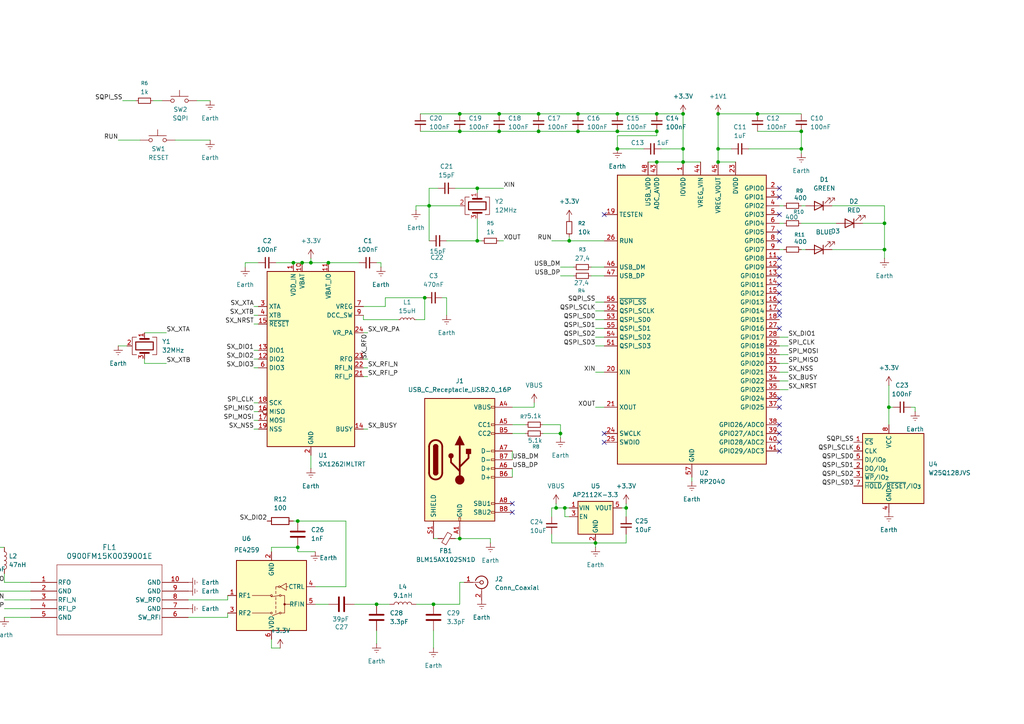
<source format=kicad_sch>
(kicad_sch (version 20250114) (generator "eeschema") (generator_version "9.0")
  (paper "A4")
  (title_block (date "2026-02-10") (company "JADAMENS"))
  (junction (at 190.5 38.1))
  (junction (at 86.36 151.13))
  (junction (at -11.43 166.37))
  (junction (at 256.54 72.39))
  (junction (at 219.71 33.02))
  (junction (at 179.07 33.02))
  (junction (at 190.5 46.99))
  (junction (at 156.21 33.02))
  (junction (at 208.28 43.18))
  (junction (at 165.1 69.85))
  (junction (at 198.12 33.02))
  (junction (at 181.61 147.32))
  (junction (at 133.35 33.02))
  (junction (at 167.64 33.02))
  (junction (at 167.64 38.1))
  (junction (at 90.17 76.2))
  (junction (at 163.83 147.32))
  (junction (at 232.41 43.18))
  (junction (at 162.56 125.73))
  (junction (at 124.46 59.69))
  (junction (at 144.78 38.1))
  (junction (at 109.22 175.26))
  (junction (at 125.73 175.26))
  (junction (at 85.09 76.2))
  (junction (at -3.81 158.75))
  (junction (at 198.12 43.18))
  (junction (at 208.28 46.99))
  (junction (at 95.25 76.2))
  (junction (at 138.43 54.61))
  (junction (at 144.78 33.02))
  (junction (at 179.07 38.1))
  (junction (at 138.43 69.85))
  (junction (at 123.19 86.36))
  (junction (at 87.63 76.2))
  (junction (at 232.41 38.1))
  (junction (at 256.54 64.77))
  (junction (at 198.12 46.99))
  (junction (at 208.28 33.02))
  (junction (at 190.5 33.02))
  (junction (at 86.36 158.75))
  (junction (at 179.07 43.18))
  (junction (at 172.72 157.48))
  (junction (at 156.21 38.1))
  (junction (at 133.35 38.1))
  (junction (at 161.29 147.32))
  (junction (at 133.35 156.21))
  (junction (at 257.81 118.11))
  (no_connect (at 226.06 125.73))
  (no_connect (at 226.06 130.81))
  (no_connect (at 175.26 125.73))
  (no_connect (at 226.06 80.01))
  (no_connect (at 226.06 85.09))
  (no_connect (at 226.06 128.27))
  (no_connect (at 226.06 74.93))
  (no_connect (at 226.06 77.47))
  (no_connect (at 226.06 62.23))
  (no_connect (at 226.06 118.11))
  (no_connect (at 175.26 62.23))
  (no_connect (at 226.06 54.61))
  (no_connect (at 226.06 115.57))
  (no_connect (at 226.06 57.15))
  (no_connect (at 226.06 90.17))
  (no_connect (at 175.26 128.27))
  (no_connect (at 226.06 82.55))
  (no_connect (at 148.59 148.59))
  (no_connect (at 226.06 91.44))
  (no_connect (at 226.06 87.63))
  (no_connect (at 226.06 69.85))
  (no_connect (at 148.59 146.05))
  (no_connect (at 226.06 67.31))
  (no_connect (at 226.06 95.25))
  (no_connect (at 226.06 123.19))
  (wire (pts (xy 187.96 46.99) (xy 190.5 46.99)))
  (wire (pts (xy 125.73 156.21) (xy 127 156.21)))
  (wire (pts (xy 120.65 59.69) (xy 124.46 59.69)))
  (wire (pts (xy 144.78 69.85) (xy 146.05 69.85)))
  (wire (pts (xy 171.45 77.47) (xy 175.26 77.47)))
  (wire (pts (xy 257.81 123.19) (xy 257.81 118.11)))
  (wire (pts (xy 226.06 72.39) (xy 227.33 72.39)))
  (wire (pts (xy 129.54 69.85) (xy 138.43 69.85)))
  (wire (pts (xy 73.66 88.9) (xy 74.93 88.9)))
  (wire (pts (xy 110.49 76.2) (xy 110.49 77.47)))
  (wire (pts (xy 232.41 59.69) (xy 233.68 59.69)))
  (wire (pts (xy 132.08 54.61) (xy 138.43 54.61)))
  (wire (pts (xy 109.22 186.69) (xy 109.22 182.88)))
  (wire (pts (xy 80.01 76.2) (xy 85.09 76.2)))
  (wire (pts (xy 109.22 175.26) (xy 113.03 175.26)))
  (wire (pts (xy 156.21 33.02) (xy 167.64 33.02)))
  (wire (pts (xy 165.1 147.32) (xy 163.83 147.32)))
  (wire (pts (xy 121.92 33.02) (xy 133.35 33.02)))
  (wire (pts (xy 190.5 33.02) (xy 198.12 33.02)))
  (wire (pts (xy 125.73 187.96) (xy 125.73 182.88)))
  (wire (pts (xy 105.41 91.44) (xy 105.41 92.71)))
  (wire (pts (xy 232.41 38.1) (xy 232.41 43.18)))
  (wire (pts (xy 1.27 176.53) (xy 8.89 176.53)))
  (wire (pts (xy 78.74 187.96) (xy 81.28 187.96)))
  (wire (pts (xy 163.83 147.32) (xy 163.83 149.86)))
  (wire (pts (xy 71.12 76.2) (xy 71.12 77.47)))
  (wire (pts (xy 179.07 39.37) (xy 179.07 43.18)))
  (wire (pts (xy 73.66 116.84) (xy 74.93 116.84)))
  (wire (pts (xy 73.66 93.98) (xy 74.93 93.98)))
  (wire (pts (xy 41.91 105.41) (xy 41.91 104.14)))
  (wire (pts (xy 162.56 123.19) (xy 162.56 125.73)))
  (wire (pts (xy 105.41 88.9) (xy 111.76 88.9)))
  (wire (pts (xy 148.59 125.73) (xy 152.4 125.73)))
  (wire (pts (xy 133.35 168.91) (xy 133.35 175.26)))
  (wire (pts (xy 127 54.61) (xy 124.46 54.61)))
  (wire (pts (xy 44.45 29.21) (xy 46.99 29.21)))
  (wire (pts (xy 111.76 88.9) (xy 111.76 86.36)))
  (wire (pts (xy 160.02 149.86) (xy 160.02 147.32)))
  (wire (pts (xy 198.12 46.99) (xy 203.2 46.99)))
  (wire (pts (xy 144.78 33.02) (xy 156.21 33.02)))
  (wire (pts (xy 148.59 123.19) (xy 152.4 123.19)))
  (wire (pts (xy 66.04 173.99) (xy 66.04 172.72)))
  (wire (pts (xy 179.07 33.02) (xy 190.5 33.02)))
  (wire (pts (xy 160.02 69.85) (xy 165.1 69.85)))
  (wire (pts (xy 179.07 38.1) (xy 190.5 38.1)))
  (wire (pts (xy 34.29 100.33) (xy 36.83 100.33)))
  (wire (pts (xy 129.54 91.44) (xy 129.54 86.36)))
  (wire (pts (xy 109.22 76.2) (xy 110.49 76.2)))
  (wire (pts (xy 86.36 151.13) (xy 85.09 151.13)))
  (wire (pts (xy 123.19 86.36) (xy 123.19 92.71)))
  (wire (pts (xy 179.07 43.18) (xy 186.69 43.18)))
  (wire (pts (xy 121.92 38.1) (xy 133.35 38.1)))
  (wire (pts (xy -10.16 171.45) (xy 8.89 171.45)))
  (wire (pts (xy 171.45 80.01) (xy 175.26 80.01)))
  (wire (pts (xy 154.94 116.84) (xy 154.94 118.11)))
  (wire (pts (xy 256.54 74.93) (xy 256.54 72.39)))
  (wire (pts (xy 226.06 64.77) (xy 227.33 64.77)))
  (wire (pts (xy 1.27 179.07) (xy 8.89 179.07)))
  (wire (pts (xy 232.41 72.39) (xy 233.68 72.39)))
  (wire (pts (xy 120.65 175.26) (xy 125.73 175.26)))
  (wire (pts (xy 241.3 59.69) (xy 256.54 59.69)))
  (wire (pts (xy 138.43 63.5) (xy 138.43 69.85)))
  (wire (pts (xy 78.74 158.75) (xy 86.36 158.75)))
  (wire (pts (xy 257.81 111.76) (xy 257.81 118.11)))
  (wire (pts (xy 133.35 168.91) (xy 134.62 168.91)))
  (wire (pts (xy -3.81 158.75) (xy -11.43 158.75)))
  (wire (pts (xy 124.46 54.61) (xy 124.46 59.69)))
  (wire (pts (xy 78.74 160.02) (xy 78.74 158.75)))
  (wire (pts (xy 34.29 40.64) (xy 40.64 40.64)))
  (wire (pts (xy 54.61 179.07) (xy 66.04 179.07)))
  (wire (pts (xy 232.41 64.77) (xy 242.57 64.77)))
  (wire (pts (xy 256.54 64.77) (xy 256.54 72.39)))
  (wire (pts (xy 161.29 146.05) (xy 161.29 147.32)))
  (wire (pts (xy 105.41 106.68) (xy 106.68 106.68)))
  (wire (pts (xy 250.19 64.77) (xy 256.54 64.77)))
  (wire (pts (xy 190.5 39.37) (xy 179.07 39.37)))
  (wire (pts (xy 172.72 157.48) (xy 172.72 158.75)))
  (wire (pts (xy 162.56 80.01) (xy 166.37 80.01)))
  (wire (pts (xy 120.65 92.71) (xy 123.19 92.71)))
  (wire (pts (xy 90.17 76.2) (xy 95.25 76.2)))
  (wire (pts (xy 120.65 60.96) (xy 120.65 59.69)))
  (wire (pts (xy 226.06 102.87) (xy 228.6 102.87)))
  (wire (pts (xy 74.93 76.2) (xy 71.12 76.2)))
  (wire (pts (xy 78.74 185.42) (xy 78.74 187.96)))
  (wire (pts (xy 50.8 40.64) (xy 60.96 40.64)))
  (wire (pts (xy 265.43 118.11) (xy 265.43 119.38)))
  (wire (pts (xy 73.66 119.38) (xy 74.93 119.38)))
  (wire (pts (xy 133.35 33.02) (xy 144.78 33.02)))
  (wire (pts (xy 226.06 100.33) (xy 228.6 100.33)))
  (wire (pts (xy 226.06 97.79) (xy 228.6 97.79)))
  (wire (pts (xy 198.12 33.02) (xy 198.12 43.18)))
  (wire (pts (xy 156.21 38.1) (xy 167.64 38.1)))
  (wire (pts (xy 226.06 113.03) (xy 228.6 113.03)))
  (wire (pts (xy 105.41 92.71) (xy 115.57 92.71)))
  (wire (pts (xy 217.17 43.18) (xy 232.41 43.18)))
  (wire (pts (xy 105.41 104.14) (xy 106.68 104.14)))
  (wire (pts (xy 226.06 59.69) (xy 227.33 59.69)))
  (wire (pts (xy 73.66 101.6) (xy 74.93 101.6)))
  (wire (pts (xy 73.66 104.14) (xy 74.93 104.14)))
  (wire (pts (xy 87.63 76.2) (xy 90.17 76.2)))
  (wire (pts (xy 181.61 146.05) (xy 181.61 147.32)))
  (wire (pts (xy 198.12 43.18) (xy 198.12 46.99)))
  (wire (pts (xy 160.02 154.94) (xy 160.02 157.48)))
  (wire (pts (xy 105.41 96.52) (xy 106.68 96.52)))
  (wire (pts (xy 256.54 72.39) (xy 241.3 72.39)))
  (wire (pts (xy 167.64 33.02) (xy 179.07 33.02)))
  (wire (pts (xy 162.56 77.47) (xy 166.37 77.47)))
  (wire (pts (xy 181.61 154.94) (xy 181.61 157.48)))
  (wire (pts (xy 160.02 147.32) (xy 161.29 147.32)))
  (wire (pts (xy 167.64 38.1) (xy 179.07 38.1)))
  (wire (pts (xy 172.72 157.48) (xy 181.61 157.48)))
  (wire (pts (xy 160.02 157.48) (xy 172.72 157.48)))
  (wire (pts (xy 190.5 46.99) (xy 198.12 46.99)))
  (wire (pts (xy 73.66 121.92) (xy 74.93 121.92)))
  (wire (pts (xy 111.76 86.36) (xy 123.19 86.36)))
  (wire (pts (xy 73.66 91.44) (xy 74.93 91.44)))
  (wire (pts (xy 95.25 76.2) (xy 104.14 76.2)))
  (wire (pts (xy 138.43 54.61) (xy 146.05 54.61)))
  (wire (pts (xy 1.27 158.75) (xy -3.81 158.75)))
  (wire (pts (xy 172.72 100.33) (xy 175.26 100.33)))
  (wire (pts (xy 100.33 151.13) (xy 86.36 151.13)))
  (wire (pts (xy 35.56 29.21) (xy 39.37 29.21)))
  (wire (pts (xy 1.27 173.99) (xy 8.89 173.99)))
  (wire (pts (xy 148.59 118.11) (xy 154.94 118.11)))
  (wire (pts (xy 124.46 59.69) (xy 133.35 59.69)))
  (wire (pts (xy 181.61 149.86) (xy 181.61 147.32)))
  (wire (pts (xy 138.43 69.85) (xy 139.7 69.85)))
  (wire (pts (xy 142.24 156.21) (xy 133.35 156.21)))
  (wire (pts (xy 165.1 69.85) (xy 175.26 69.85)))
  (wire (pts (xy 105.41 124.46) (xy 106.68 124.46)))
  (wire (pts (xy 90.17 132.08) (xy 90.17 135.89)))
  (wire (pts (xy 232.41 43.18) (xy 232.41 44.45)))
  (wire (pts (xy 41.91 96.52) (xy 48.26 96.52)))
  (wire (pts (xy 208.28 43.18) (xy 212.09 43.18)))
  (wire (pts (xy 85.09 76.2) (xy 87.63 76.2)))
  (wire (pts (xy 219.71 33.02) (xy 232.41 33.02)))
  (wire (pts (xy 172.72 118.11) (xy 175.26 118.11)))
  (wire (pts (xy 124.46 59.69) (xy 124.46 69.85)))
  (wire (pts (xy -11.43 166.37) (xy -3.81 166.37)))
  (wire (pts (xy 132.08 156.21) (xy 133.35 156.21)))
  (wire (pts (xy 148.59 135.89) (xy 148.59 138.43)))
  (wire (pts (xy 226.06 107.95) (xy 228.6 107.95)))
  (wire (pts (xy 91.44 170.18) (xy 100.33 170.18)))
  (wire (pts (xy 256.54 59.69) (xy 256.54 64.77)))
  (wire (pts (xy 54.61 173.99) (xy 66.04 173.99)))
  (wire (pts (xy 226.06 110.49) (xy 228.6 110.49)))
  (wire (pts (xy 208.28 33.02) (xy 219.71 33.02)))
  (wire (pts (xy 90.17 74.93) (xy 90.17 76.2)))
  (wire (pts (xy 157.48 123.19) (xy 162.56 123.19)))
  (wire (pts (xy 165.1 68.58) (xy 165.1 69.85)))
  (wire (pts (xy 226.06 105.41) (xy 228.6 105.41)))
  (wire (pts (xy 41.91 105.41) (xy 48.26 105.41)))
  (wire (pts (xy 208.28 33.02) (xy 208.28 43.18)))
  (wire (pts (xy 208.28 46.99) (xy 213.36 46.99)))
  (wire (pts (xy 142.24 157.48) (xy 142.24 156.21)))
  (wire (pts (xy 257.81 118.11) (xy 259.08 118.11)))
  (wire (pts (xy 91.44 160.02) (xy 86.36 160.02)))
  (wire (pts (xy 1.27 166.37) (xy 1.27 168.91)))
  (wire (pts (xy 100.33 170.18) (xy 100.33 151.13)))
  (wire (pts (xy 57.15 29.21) (xy 60.96 29.21)))
  (wire (pts (xy 172.72 107.95) (xy 175.26 107.95)))
  (wire (pts (xy 172.72 97.79) (xy 175.26 97.79)))
  (wire (pts (xy 133.35 38.1) (xy 144.78 38.1)))
  (wire (pts (xy 172.72 87.63) (xy 175.26 87.63)))
  (wire (pts (xy 125.73 175.26) (xy 133.35 175.26)))
  (wire (pts (xy 157.48 125.73) (xy 162.56 125.73)))
  (wire (pts (xy 219.71 38.1) (xy 232.41 38.1)))
  (wire (pts (xy 172.72 92.71) (xy 175.26 92.71)))
  (wire (pts (xy 144.78 38.1) (xy 156.21 38.1)))
  (wire (pts (xy 73.66 124.46) (xy 74.93 124.46)))
  (wire (pts (xy 208.28 43.18) (xy 208.28 46.99)))
  (wire (pts (xy 73.66 106.68) (xy 74.93 106.68)))
  (wire (pts (xy 172.72 95.25) (xy 175.26 95.25)))
  (wire (pts (xy 172.72 90.17) (xy 175.26 90.17)))
  (wire (pts (xy 190.5 38.1) (xy 190.5 39.37)))
  (wire (pts (xy 180.34 147.32) (xy 181.61 147.32)))
  (wire (pts (xy 138.43 55.88) (xy 138.43 54.61)))
  (wire (pts (xy 163.83 147.32) (xy 161.29 147.32)))
  (wire (pts (xy 86.36 160.02) (xy 86.36 158.75)))
  (wire (pts (xy 91.44 175.26) (xy 95.25 175.26)))
  (wire (pts (xy 264.16 118.11) (xy 265.43 118.11)))
  (wire (pts (xy 200.66 138.43) (xy 200.66 139.7)))
  (wire (pts (xy 66.04 179.07) (xy 66.04 177.8)))
  (wire (pts (xy 148.59 130.81) (xy 148.59 133.35)))
  (wire (pts (xy 1.27 168.91) (xy 8.89 168.91)))
  (wire (pts (xy 162.56 125.73) (xy 162.56 127)))
  (wire (pts (xy 128.27 86.36) (xy 129.54 86.36)))
  (wire (pts (xy 105.41 109.22) (xy 106.68 109.22)))
  (wire (pts (xy 102.87 175.26) (xy 109.22 175.26)))
  (wire (pts (xy 191.77 43.18) (xy 198.12 43.18)))
  (wire (pts (xy 165.1 149.86) (xy 163.83 149.86)))
  (label "SQPI_SS" (at 247.65 128.27 180))
  (label "QSPI_SCLK" (at 172.72 90.17 180))
  (label "SX_DIO2" (at 77.47 151.13 180))
  (label "SX_DIO2" (at 73.66 104.14 180))
  (label "QSPI_SD1" (at 172.72 95.25 180))
  (label "SX_VR_PA" (at -11.43 158.75 180))
  (label "SX_RFI_P" (at 1.27 176.53 180))
  (label "RUN" (at 160.02 69.85 180))
  (label "SPI_MISO" (at 73.66 119.38 180))
  (label "SPI_CLK" (at 73.66 116.84 180))
  (label "SX_RFO" (at 1.27 168.91 180))
  (label "SX_VR_PA" (at 106.68 96.52 0))
  (label "QSPI_SD3" (at 172.72 100.33 180))
  (label "SX_RFO" (at 106.68 104.14 90))
  (label "QSPI_SD2" (at 172.72 97.79 180))
  (label "SX_XTB" (at 73.66 91.44 180))
  (label "SX_RFI_P" (at 106.68 109.22 0))
  (label "USB_DP" (at 162.56 80.01 180))
  (label "SX_RFI_N" (at 1.27 173.99 180))
  (label "XOUT" (at 146.05 69.85 0))
  (label "SX_DIO1" (at 228.6 97.79 0))
  (label "SX_DIO3" (at 73.66 106.68 180))
  (label "SX_NSS" (at 228.6 107.95 0))
  (label "SPI_MOSI" (at 73.66 121.92 180))
  (label "QSPI_SD3" (at 247.65 140.97 180))
  (label "QSPI_SD0" (at 247.65 133.35 180))
  (label "RUN" (at 34.29 40.64 180))
  (label "QSPI_SD1" (at 247.65 135.89 180))
  (label "SX_BUSY" (at 228.6 110.49 0))
  (label "SX_NRST" (at 73.66 93.98 180))
  (label "SQPI_SS" (at 35.56 29.21 180))
  (label "SX_XTA" (at 73.66 88.9 180))
  (label "QSPI_SCLK" (at 247.65 130.81 180))
  (label "SQPI_SS" (at 172.72 87.63 180))
  (label "SX_XTB" (at 48.26 105.41 0))
  (label "SX_RFI_N" (at 106.68 106.68 0))
  (label "XOUT" (at 172.72 118.11 180))
  (label "XIN" (at 172.72 107.95 180))
  (label "QSPI_SD2" (at 247.65 138.43 180))
  (label "SX_BUSY" (at 106.68 124.46 0))
  (label "USB_DM" (at 148.59 133.35 0))
  (label "XIN" (at 146.05 54.61 0))
  (label "SPI_CLK" (at 228.6 100.33 0))
  (label "SPI_MISO" (at 228.6 105.41 0))
  (label "SX_XTA" (at 48.26 96.52 0))
  (label "USB_DP" (at 148.59 135.89 0))
  (label "SX_NSS" (at 73.66 124.46 180))
  (label "SX_NRST" (at 228.6 113.03 0))
  (label "SPI_MOSI" (at 228.6 102.87 0))
  (label "QSPI_SD0" (at 172.72 92.71 180))
  (label "USB_DM" (at 162.56 77.47 180))
  (label "SX_DIO1" (at 73.66 101.6 180))
  (symbol (lib_id "Device:C_Small") (at 189.23 43.18 90) (unit 1)
    (property "Reference" "C13" (at 184.912 41.402 90))
    (property "Value" "1uF" (at 192.278 41.402 90))
    (property "Footprint" "Capacitor_SMD:C_0402_1005Metric" (effects (hide yes)))
    (property "Description" "Unpolarized capacitor, small symbol" (effects (hide yes)))
  )
  (symbol (lib_id "Device:R_Small") (at 165.1 66.04 0) (unit 1)
    (property "Reference" "R2" (at 167.64 64.7699 0) (effects (font (size 1.016 1.016)) (justify left)))
    (property "Value" "10k" (at 167.64 67.3099 0) (effects (justify left)))
    (property "Footprint" "Resistor_SMD:R_0402_1005Metric" (effects (hide yes)))
    (property "Description" "Resistor, small symbol" (effects (hide yes)))
  )
  (symbol (lib_id "Device:R_Small") (at 154.94 125.73 270) (unit 1)
    (property "Reference" "R8" (at 155.448 129.54 90) (effects (font (size 1.016 1.016))))
    (property "Value" "5.1k" (at 155.194 127.762 90))
    (property "Footprint" "Resistor_SMD:R_0402_1005Metric" (effects (hide yes)))
    (property "Description" "Resistor, small symbol" (effects (hide yes)))
  )
  (symbol (lib_id "power:Earth") (at 110.49 77.47 0) (unit 1)
    (property "Reference" "#PWR03" (effects (hide yes)))
    (property "Value" "Earth" (at 110.49 82.55 0))
    (property "Description" "Power symbol creates a global label with name \"Earth\"" (effects (hide yes)))
  )
  (symbol (lib_id "Device:C_Small") (at 232.41 35.56 0) (unit 1)
    (property "Reference" "C10" (at 234.95 34.2962 0) (effects (justify left)))
    (property "Value" "100nF" (at 234.95 36.8362 0) (effects (justify left)))
    (property "Footprint" "Capacitor_SMD:C_0402_1005Metric" (effects (hide yes)))
    (property "Description" "Unpolarized capacitor, small symbol" (effects (hide yes)))
  )
  (symbol (lib_id "Switch:SW_Push") (at 52.07 29.21 0) (unit 1)
    (property "Reference" "SW2" (at 52.324 31.75 0))
    (property "Value" "SQPI" (at 52.324 34.29 0))
    (property "Footprint" "Button_Switch_SMD:SW_Tactile_SPST_NO_Straight_CK_PTS636Sx25SMTRLFS" (effects (hide yes)))
    (property "Description" "Push button switch, generic, two pins" (effects (hide yes)))
  )
  (symbol (lib_id "power:+3.3V") (at 181.61 146.05 0) (unit 1)
    (property "Reference" "#PWR030" (effects (hide yes)))
    (property "Value" "+3.3V" (at 181.61 140.97 0))
    (property "Description" "Power symbol creates a global label with name \"+3.3V\"" (effects (hide yes)))
  )
  (symbol (lib_id "power:+3.3V") (at 81.28 187.96 0) (unit 1)
    (property "Reference" "#PWR032" (effects (hide yes)))
    (property "Value" "+3.3V" (at 81.28 182.88 0))
    (property "Description" "Power symbol creates a global label with name \"+3.3V\"" (effects (hide yes)))
  )
  (symbol (lib_id "Device:L") (at 1.27 162.56 0) (unit 1)
    (property "Reference" "L2" (at 2.54 161.2899 0) (effects (justify left)))
    (property "Value" "47nH" (at 2.54 163.8299 0) (effects (justify left)))
    (property "Footprint" "Inductor_SMD:L_0402_1005Metric" (effects (hide yes)))
    (property "Description" "Inductor" (effects (hide yes)))
  )
  (symbol (lib_id "Device:C_Small") (at 129.54 54.61 90) (unit 1)
    (property "Reference" "C21" (at 129.5463 48.26 90))
    (property "Value" "15pF" (at 129.5463 50.8 90))
    (property "Footprint" "Capacitor_SMD:C_0402_1005Metric" (effects (hide yes)))
    (property "Description" "Unpolarized capacitor, small symbol" (effects (hide yes)))
  )
  (symbol (lib_id "Switch:SW_Push") (at 45.72 40.64 0) (unit 1)
    (property "Reference" "SW1" (at 45.974 43.18 0))
    (property "Value" "RESET" (at 45.974 45.72 0))
    (property "Footprint" "Button_Switch_SMD:SW_Tactile_SPST_NO_Straight_CK_PTS636Sx25SMTRLFS" (effects (hide yes)))
    (property "Description" "Push button switch, generic, two pins" (effects (hide yes)))
  )
  (symbol (lib_id "power:Earth") (at 120.65 60.96 0) (mirror y) (unit 1)
    (property "Reference" "#PWR020" (effects (hide yes)))
    (property "Value" "Earth" (at 120.65 66.04 0))
    (property "Description" "Power symbol creates a global label with name \"Earth\"" (effects (hide yes)))
  )
  (symbol (lib_id "Device:C_Small") (at 261.62 118.11 90) (unit 1)
    (property "Reference" "C23" (at 261.6263 111.76 90))
    (property "Value" "100nF" (at 261.6263 114.3 90))
    (property "Footprint" "Capacitor_SMD:C_0402_1005Metric" (effects (hide yes)))
    (property "Description" "Unpolarized capacitor, small symbol" (effects (hide yes)))
  )
  (symbol (lib_id "Device:R_Small") (at 229.87 72.39 90) (unit 1)
    (property "Reference" "R11" (at 231.902 68.072 90) (effects (font (size 1.016 1.016))))
    (property "Value" "400" (at 232.156 70.104 90))
    (property "Footprint" "Resistor_SMD:R_0402_1005Metric" (effects (hide yes)))
    (property "Description" "Resistor, small symbol" (effects (hide yes)))
  )
  (symbol (lib_id "Device:FerriteBead_Small") (at 129.54 156.21 270) (unit 1)
    (property "Reference" "FB1" (at 129.286 159.766 90))
    (property "Value" "BLM15AX102SN1D" (at 129.286 162.306 90))
    (property "Footprint" "Inductor_SMD:L_0402_1005Metric" (effects (hide yes)))
    (property "Description" "Ferrite bead, small symbol" (effects (hide yes)))
  )
  (symbol (lib_id "Device:Crystal_GND24") (at 41.91 100.33 270) (unit 1)
    (property "Reference" "Y1" (at 46.99 99.0599 90) (effects (justify left)))
    (property "Value" "32MHz" (at 46.99 101.5999 90) (effects (justify left)))
    (property "Footprint" "Crystal:Crystal_SMD_3225-4Pin_3.2x2.5mm" (effects (hide yes)))
    (property "Description" "Four pin crystal, GND on pins 2 and 4" (effects (hide yes)))
    (property private "KLC_S3.3" "The rectangle is not a symbol body but a graphical element" (effects (hide yes)))
    (property private "KLC_S4.1" "Some pins are on 50mil grid to make the symbol small" (effects (hide yes)))
  )
  (symbol (lib_id "power:Earth") (at 232.41 44.45 0) (unit 1)
    (property "Reference" "#PWR014" (effects (hide yes)))
    (property "Value" "Earth" (at 232.41 49.53 0))
    (property "Description" "Power symbol creates a global label with name \"Earth\"" (effects (hide yes)))
  )
  (symbol (lib_id "Device:LED") (at 237.49 72.39 180) (unit 1)
    (property "Reference" "D3" (at 242.316 67.056 0))
    (property "Value" "BLUE" (at 239.0775 67.31 0))
    (property "Footprint" "LED_SMD:LED_0402_1005Metric" (effects (hide yes)))
    (property "Description" "Light emitting diode" (effects (hide yes)))
    (property "Sim.Pins" "1=K 2=A" (effects (hide yes)))
  )
  (symbol (lib_id "Device:Crystal_GND24") (at 138.43 59.69 270) (unit 1)
    (property "Reference" "Y2" (at 143.51 58.4199 90) (effects (justify left)))
    (property "Value" "12MHz" (at 143.51 60.9599 90) (effects (justify left)))
    (property "Footprint" "Crystal:Crystal_SMD_Abracon_ABM8G-4Pin_3.2x2.5mm" (effects (hide yes)))
    (property "Description" "Four pin crystal, GND on pins 2 and 4" (effects (hide yes)))
    (property private "KLC_S3.3" "The rectangle is not a symbol body but a graphical element" (effects (hide yes)))
    (property private "KLC_S4.1" "Some pins are on 50mil grid to make the symbol small" (effects (hide yes)))
  )
  (symbol (lib_id "Device:R_Small") (at 229.87 59.69 90) (unit 1)
    (property "Reference" "R9" (at 231.902 55.372 90) (effects (font (size 1.016 1.016))))
    (property "Value" "400" (at 232.156 57.404 90))
    (property "Footprint" "Resistor_SMD:R_0402_1005Metric" (effects (hide yes)))
    (property "Description" "Resistor, small symbol" (effects (hide yes)))
  )
  (symbol (lib_id "Device:R_Small") (at 168.91 80.01 270) (unit 1)
    (property "Reference" "R4" (at 168.656 84.328 90) (effects (font (size 1.016 1.016))))
    (property "Value" "27,4" (at 168.656 82.042 90))
    (property "Footprint" "Resistor_SMD:R_0402_1005Metric" (effects (hide yes)))
    (property "Description" "Resistor, small symbol" (effects (hide yes)))
  )
  (symbol (lib_id "Device:C_Small") (at 125.73 86.36 90) (unit 1)
    (property "Reference" "C3" (at 125.7363 80.01 90))
    (property "Value" "470nF" (at 125.7363 82.55 90))
    (property "Footprint" "Capacitor_SMD:C_0402_1005Metric" (effects (hide yes)))
    (property "Description" "Unpolarized capacitor, small symbol" (effects (hide yes)))
  )
  (symbol (lib_id "Device:R_Small") (at 142.24 69.85 90) (unit 1)
    (property "Reference" "R5" (at 142.24 64.77 90) (effects (font (size 1.016 1.016))))
    (property "Value" "1k" (at 142.24 67.31 90))
    (property "Footprint" "Resistor_SMD:R_0402_1005Metric" (effects (hide yes)))
    (property "Description" "Resistor, small symbol" (effects (hide yes)))
  )
  (symbol (lib_id "power:Earth") (at 162.56 127 0) (unit 1)
    (property "Reference" "#PWR026" (effects (hide yes)))
    (property "Value" "Earth" (at 162.56 132.08 0))
    (property "Description" "Power symbol creates a global label with name \"Earth\"" (effects (hide yes)))
  )
  (symbol (lib_id "power:Earth") (at 129.54 91.44 0) (unit 1)
    (property "Reference" "#PWR04" (effects (hide yes)))
    (property "Value" "Earth" (at 129.54 96.52 0))
    (property "Description" "Power symbol creates a global label with name \"Earth\"" (effects (hide yes)))
  )
  (symbol (lib_id "power:Earth") (at 60.96 40.64 0) (unit 1)
    (property "Reference" "#PWR019" (effects (hide yes)))
    (property "Value" "Earth" (at 60.96 45.72 0))
    (property "Description" "Power symbol creates a global label with name \"Earth\"" (effects (hide yes)))
  )
  (symbol (lib_id "Device:R_Small") (at 154.94 123.19 90) (unit 1)
    (property "Reference" "R7" (at 151.892 120.904 90) (effects (font (size 1.016 1.016))))
    (property "Value" "5.1k" (at 154.94 120.65 90))
    (property "Footprint" "Resistor_SMD:R_0402_1005Metric" (effects (hide yes)))
    (property "Description" "Resistor, small symbol" (effects (hide yes)))
  )
  (symbol (lib_id "Device:C_Small") (at 106.68 76.2 90) (unit 1)
    (property "Reference" "C1" (at 106.6863 69.85 90))
    (property "Value" "100nF" (at 106.6863 72.39 90))
    (property "Footprint" "Capacitor_SMD:C_0402_1005Metric" (effects (hide yes)))
    (property "Description" "Unpolarized capacitor, small symbol" (effects (hide yes)))
  )
  (symbol (lib_id "Device:C") (at -3.81 162.56 0) (unit 1)
    (property "Reference" "C4" (at -2.54 160.274 0) (effects (justify left)))
    (property "Value" "47pF" (at -3.302 165.1 0) (effects (justify left)))
    (property "Footprint" "Capacitor_SMD:C_0402_1005Metric" (effects (hide yes)))
    (property "Description" "Unpolarized capacitor" (effects (hide yes)))
  )
  (symbol (lib_id "Device:C") (at -11.43 162.56 0) (unit 1)
    (property "Reference" "C5" (at -8.636 160.782 0) (effects (justify left)))
    (property "Value" "47nF" (at -9.398 164.846 0) (effects (justify left)))
    (property "Footprint" "Capacitor_SMD:C_0402_1005Metric" (effects (hide yes)))
    (property "Description" "Unpolarized capacitor" (effects (hide yes)))
  )
  (symbol (lib_id "Device:C_Small") (at 156.21 35.56 0) (unit 1)
    (property "Reference" "C17" (at 158.75 34.2962 0) (effects (justify left)))
    (property "Value" "100nF" (at 158.75 36.8362 0) (effects (justify left)))
    (property "Footprint" "Capacitor_SMD:C_0402_1005Metric" (effects (hide yes)))
    (property "Description" "Unpolarized capacitor, small symbol" (effects (hide yes)))
  )
  (symbol (lib_id "Device:R_Small") (at 229.87 64.77 90) (unit 1)
    (property "Reference" "R10" (at 231.648 61.468 90) (effects (font (size 1.016 1.016))))
    (property "Value" "400" (at 229.616 62.992 90))
    (property "Footprint" "Resistor_SMD:R_0402_1005Metric" (effects (hide yes)))
    (property "Description" "Resistor, small symbol" (effects (hide yes)))
  )
  (symbol (lib_id "power:Earth") (at 139.7 173.99 0) (unit 1)
    (property "Reference" "#PWR036" (effects (hide yes)))
    (property "Value" "Earth" (at 139.7 179.07 0))
    (property "Description" "Power symbol creates a global label with name \"Earth\"" (effects (hide yes)))
  )
  (symbol (lib_id "RF:SX1262IMLTRT") (at 90.17 104.14 0) (unit 1)
    (property "Reference" "U1" (at 92.3133 132.08 0) (effects (justify left)))
    (property "Value" "SX1262IMLTRT" (at 92.3133 134.62 0) (effects (justify left)))
    (property "Footprint" "Package_DFN_QFN:QFN-24-1EP_4x4mm_P0.5mm_EP2.6x2.6mm" (effects (hide yes)))
    (property "Datasheet" "https://semtech.file.force.com/sfc/dist/version/download/?oid=00DE0000000JelG&ids=0682R00000IjPWSQA3&d=%2Fa%2F2R000000Un7F%2FyT.fKdAr9ZAo3cJLc4F2cBdUsMftpT2vsOICP7NmvMo" (effects (hide yes)))
    (property "Description" "150 MHz to 960 MHz Low Power Long Range Transceiver, 22dBm output power, spreading factor from 5 to 12, LoRA, QFN-24" (effects (hide yes)))
  )
  (symbol (lib_id "Device:C_Small") (at 160.02 152.4 180) (unit 1)
    (property "Reference" "C24" (at 153.67 151.384 0) (effects (justify right)))
    (property "Value" "10uF" (at 153.67 153.924 0) (effects (justify right)))
    (property "Footprint" "Capacitor_SMD:C_0402_1005Metric" (effects (hide yes)))
    (property "Description" "Unpolarized capacitor, small symbol" (effects (hide yes)))
  )
  (symbol (lib_id "Device:R_Small") (at 41.91 29.21 90) (unit 1)
    (property "Reference" "R6" (at 41.91 24.13 90) (effects (font (size 1.016 1.016))))
    (property "Value" "1k" (at 41.91 26.67 90))
    (property "Footprint" "Resistor_SMD:R_0402_1005Metric" (effects (hide yes)))
    (property "Description" "Resistor, small symbol" (effects (hide yes)))
  )
  (symbol (lib_id "Device:C_Small") (at 144.78 35.56 0) (unit 1)
    (property "Reference" "C18" (at 147.32 34.2962 0) (effects (justify left)))
    (property "Value" "100nF" (at 147.32 36.8362 0) (effects (justify left)))
    (property "Footprint" "Capacitor_SMD:C_0402_1005Metric" (effects (hide yes)))
    (property "Description" "Unpolarized capacitor, small symbol" (effects (hide yes)))
  )
  (symbol (lib_id "pe4259:PE4259") (at 78.74 172.72 180) (unit 1)
    (property "Reference" "U6" (at 70.104 156.21 0) (effects (justify right)))
    (property "Value" "PE4259" (at 67.818 159.512 0) (effects (justify right)))
    (property "Footprint" "Package_TO_SOT_SMD:SOT-363_SC-70-6" (effects (hide yes)))
    (property "Datasheet" "https://lcsc.com/datasheet/lcsc_datasheet_2409301504_pSemi-PE4259-63_C470892.pdf" (effects (hide yes)))
    (property "Description" "SPDT DC-9GHz switch" (effects (hide yes)))
  )
  (symbol (lib_id "power:Earth") (at 54.61 176.53 90) (unit 1)
    (property "Reference" "#PWR09" (effects (hide yes)))
    (property "Value" "Earth" (at 58.42 176.5299 90) (effects (justify right)))
    (property "Description" "Power symbol creates a global label with name \"Earth\"" (effects (hide yes)))
  )
  (symbol (lib_id "power:VBUS") (at 161.29 146.05 0) (unit 1)
    (property "Reference" "#PWR029" (effects (hide yes)))
    (property "Value" "VBUS" (at 161.29 140.97 0))
    (property "Description" "Power symbol creates a global label with name \"VBUS\"" (effects (hide yes)))
  )
  (symbol (lib_id "power:VBUS") (at 154.94 116.84 0) (unit 1)
    (property "Reference" "#PWR025" (effects (hide yes)))
    (property "Value" "VBUS" (at 154.94 111.76 0))
    (property "Description" "Power symbol creates a global label with name \"VBUS\"" (effects (hide yes)))
  )
  (symbol (lib_id "power:Earth") (at 257.81 148.59 0) (unit 1)
    (property "Reference" "#PWR024" (effects (hide yes)))
    (property "Value" "Earth" (at 257.81 153.67 0))
    (property "Description" "Power symbol creates a global label with name \"Earth\"" (effects (hide yes)))
  )
  (symbol (lib_id "power:Earth") (at -11.43 166.37 0) (unit 1)
    (property "Reference" "#PWR012" (effects (hide yes)))
    (property "Value" "Earth" (at -15.748 168.656 0))
    (property "Description" "Power symbol creates a global label with name \"Earth\"" (effects (hide yes)))
  )
  (symbol (lib_id "Device:C_Small") (at 181.61 152.4 180) (unit 1)
    (property "Reference" "C25" (at 184.15 151.1235 0) (effects (justify right)))
    (property "Value" "10uF" (at 184.15 153.6635 0) (effects (justify right)))
    (property "Footprint" "Capacitor_SMD:C_0402_1005Metric" (effects (hide yes)))
    (property "Description" "Unpolarized capacitor, small symbol" (effects (hide yes)))
  )
  (symbol (lib_id "Device:C") (at 109.22 179.07 0) (unit 1)
    (property "Reference" "C28" (at 113.03 177.7999 0) (effects (justify left)))
    (property "Value" "3.3pF" (at 113.03 180.3399 0) (effects (justify left)))
    (property "Footprint" "Capacitor_SMD:C_0402_1005Metric" (effects (hide yes)))
    (property "Description" "Unpolarized capacitor" (effects (hide yes)))
  )
  (symbol (lib_id "power:Earth") (at 265.43 119.38 0) (unit 1)
    (property "Reference" "#PWR022" (effects (hide yes)))
    (property "Value" "Earth" (at 265.43 124.46 0))
    (property "Description" "Power symbol creates a global label with name \"Earth\"" (effects (hide yes)))
  )
  (symbol (lib_id "Device:C_Small") (at 77.47 76.2 90) (unit 1)
    (property "Reference" "C2" (at 77.4763 69.85 90))
    (property "Value" "100nF" (at 77.4763 72.39 90))
    (property "Footprint" "Capacitor_SMD:C_0402_1005Metric" (effects (hide yes)))
    (property "Description" "Unpolarized capacitor, small symbol" (effects (hide yes)))
  )
  (symbol (lib_id "power:Earth") (at 1.27 179.07 0) (unit 1)
    (property "Reference" "#PWR011" (effects (hide yes)))
    (property "Value" "Earth" (at 1.27 184.15 0))
    (property "Description" "Power symbol creates a global label with name \"Earth\"" (effects (hide yes)))
  )
  (symbol (lib_id "power:Earth") (at 54.61 168.91 90) (unit 1)
    (property "Reference" "#PWR07" (effects (hide yes)))
    (property "Value" "Earth" (at 58.42 168.9099 90) (effects (justify right)))
    (property "Description" "Power symbol creates a global label with name \"Earth\"" (effects (hide yes)))
  )
  (symbol (lib_id "Device:C") (at 86.36 154.94 0) (unit 1)
    (property "Reference" "C26" (at 90.17 153.6699 0) (effects (justify left)))
    (property "Value" "1nF" (at 90.17 156.2099 0) (effects (justify left)))
    (property "Footprint" "Capacitor_SMD:C_0402_1005Metric" (effects (hide yes)))
    (property "Description" "Unpolarized capacitor" (effects (hide yes)))
  )
  (symbol (lib_id "power:Earth") (at 71.12 77.47 0) (unit 1)
    (property "Reference" "#PWR01" (effects (hide yes)))
    (property "Value" "Earth" (at 71.12 82.55 0))
    (property "Description" "Power symbol creates a global label with name \"Earth\"" (effects (hide yes)))
  )
  (symbol (lib_id "Device:C_Small") (at 167.64 35.56 0) (unit 1)
    (property "Reference" "C16" (at 170.18 34.2962 0) (effects (justify left)))
    (property "Value" "100nF" (at 170.18 36.8362 0) (effects (justify left)))
    (property "Footprint" "Capacitor_SMD:C_0402_1005Metric" (effects (hide yes)))
    (property "Description" "Unpolarized capacitor, small symbol" (effects (hide yes)))
  )
  (symbol (lib_id "Device:L") (at 116.84 175.26 90) (unit 1)
    (property "Reference" "L4" (at 116.84 170.18 90))
    (property "Value" "9.1nH" (at 116.84 172.72 90))
    (property "Footprint" "Inductor_SMD:L_0402_1005Metric" (effects (hide yes)))
    (property "Description" "Inductor" (effects (hide yes)))
  )
  (symbol (lib_id "power:Earth") (at 54.61 171.45 90) (unit 1)
    (property "Reference" "#PWR08" (effects (hide yes)))
    (property "Value" "Earth" (at 58.42 171.4499 90) (effects (justify right)))
    (property "Description" "Power symbol creates a global label with name \"Earth\"" (effects (hide yes)))
  )
  (symbol (lib_id "power:Earth") (at 60.96 29.21 0) (unit 1)
    (property "Reference" "#PWR021" (effects (hide yes)))
    (property "Value" "Earth" (at 60.96 34.29 0))
    (property "Description" "Power symbol creates a global label with name \"Earth\"" (effects (hide yes)))
  )
  (symbol (lib_id "Device:LED") (at 246.38 64.77 180) (unit 1)
    (property "Reference" "D2" (at 247.65 58.42 0))
    (property "Value" "RED" (at 247.65 60.96 0))
    (property "Footprint" "LED_SMD:LED_0402_1005Metric" (effects (hide yes)))
    (property "Description" "Light emitting diode" (effects (hide yes)))
    (property "Sim.Pins" "1=K 2=A" (effects (hide yes)))
  )
  (symbol (lib_id "Connector:USB_C_Receptacle_USB2.0_16P") (at 133.35 133.35 0) (unit 1)
    (property "Reference" "J1" (at 133.35 110.49 0))
    (property "Value" "USB_C_Receptacle_USB2.0_16P" (at 133.35 113.03 0))
    (property "Footprint" "Connector_USB:USB_C_Receptacle_GCT_USB4105-xx-A_16P_TopMnt_Horizontal" (effects (hide yes)))
    (property "Datasheet" "https://www.usb.org/sites/default/files/documents/usb_type-c.zip" (effects (hide yes)))
    (property "Description" "USB 2.0-only 16P Type-C Receptacle connector" (effects (hide yes)))
  )
  (symbol (lib_id "Device:C_Small") (at 179.07 35.56 0) (unit 1)
    (property "Reference" "C15" (at 181.61 34.2962 0) (effects (justify left)))
    (property "Value" "100nF" (at 181.61 36.8362 0) (effects (justify left)))
    (property "Footprint" "Capacitor_SMD:C_0402_1005Metric" (effects (hide yes)))
    (property "Description" "Unpolarized capacitor, small symbol" (effects (hide yes)))
  )
  (symbol (lib_id "Device:R") (at 81.28 151.13 90) (unit 1)
    (property "Reference" "R12" (at 81.28 144.78 90))
    (property "Value" "100" (at 81.28 147.32 90))
    (property "Footprint" "Resistor_SMD:R_0402_1005Metric" (effects (hide yes)))
    (property "Description" "Resistor" (effects (hide yes)))
  )
  (symbol (lib_id "power:Earth") (at 142.24 157.48 0) (unit 1)
    (property "Reference" "#PWR027" (effects (hide yes)))
    (property "Value" "Earth" (at 142.24 162.56 0))
    (property "Description" "Power symbol creates a global label with name \"Earth\"" (effects (hide yes)))
  )
  (symbol (lib_id "Device:L_Small") (at 118.11 92.71 90) (unit 1)
    (property "Reference" "L1" (at 118.11 87.63 90))
    (property "Value" "15uH" (at 118.11 90.17 90))
    (property "Footprint" "Inductor_SMD:L_0402_1005Metric" (effects (hide yes)))
    (property "Description" "Inductor, small symbol" (effects (hide yes)))
  )
  (symbol (lib_id "Device:C_Small") (at 214.63 43.18 90) (unit 1)
    (property "Reference" "C11" (at 214.6363 36.83 90))
    (property "Value" "1uF" (at 214.6363 39.37 90))
    (property "Footprint" "Capacitor_SMD:C_0402_1005Metric" (effects (hide yes)))
    (property "Description" "Unpolarized capacitor, small symbol" (effects (hide yes)))
  )
  (symbol (lib_id "Device:C") (at 99.06 175.26 90) (unit 1)
    (property "Reference" "C27" (at 99.06 181.864 90))
    (property "Value" "39pF" (at 98.806 179.578 90))
    (property "Footprint" "Capacitor_SMD:C_0402_1005Metric" (effects (hide yes)))
    (property "Description" "Unpolarized capacitor" (effects (hide yes)))
  )
  (symbol (lib_id "Device:C_Small") (at 121.92 35.56 0) (unit 1)
    (property "Reference" "C20" (at 124.46 34.2962 0) (effects (justify left)))
    (property "Value" "100nF" (at 124.46 36.8362 0) (effects (justify left)))
    (property "Footprint" "Capacitor_SMD:C_0402_1005Metric" (effects (hide yes)))
    (property "Description" "Unpolarized capacitor, small symbol" (effects (hide yes)))
  )
  (symbol (lib_id "Device:LED") (at 237.49 59.69 180) (unit 1)
    (property "Reference" "D1" (at 239.0775 52.07 0))
    (property "Value" "GREEN" (at 239.0775 54.61 0))
    (property "Footprint" "LED_SMD:LED_0402_1005Metric" (effects (hide yes)))
    (property "Description" "Light emitting diode" (effects (hide yes)))
    (property "Sim.Pins" "1=K 2=A" (effects (hide yes)))
  )
  (symbol (lib_id "Device:C") (at 125.73 179.07 0) (unit 1)
    (property "Reference" "C29" (at 129.54 177.7999 0) (effects (justify left)))
    (property "Value" "3.3pF" (at 129.54 180.3399 0) (effects (justify left)))
    (property "Footprint" "Capacitor_SMD:C_0402_1005Metric" (effects (hide yes)))
    (property "Description" "Unpolarized capacitor" (effects (hide yes)))
  )
  (symbol (lib_id "power:+1V1") (at 208.28 33.02 0) (unit 1)
    (property "Reference" "#PWR013" (effects (hide yes)))
    (property "Value" "+1V1" (at 208.28 27.94 0))
    (property "Description" "Power symbol creates a global label with name \"+1V1\"" (effects (hide yes)))
  )
  (symbol (lib_id "power:Earth") (at 34.29 100.33 0) (unit 1)
    (property "Reference" "#PWR06" (effects (hide yes)))
    (property "Value" "Earth" (at 34.29 105.41 0))
    (property "Description" "Power symbol creates a global label with name \"Earth\"" (effects (hide yes)))
  )
  (symbol (lib_id "Device:C_Small") (at 133.35 35.56 0) (unit 1)
    (property "Reference" "C19" (at 135.89 34.2962 0) (effects (justify left)))
    (property "Value" "100nF" (at 135.89 36.8362 0) (effects (justify left)))
    (property "Footprint" "Capacitor_SMD:C_0402_1005Metric" (effects (hide yes)))
    (property "Description" "Unpolarized capacitor, small symbol" (effects (hide yes)))
  )
  (symbol (lib_id "Regulator_Linear:AP2112K-3.3") (at 172.72 149.86 0) (unit 1)
    (property "Reference" "U5" (at 172.72 140.97 0))
    (property "Value" "AP2112K-3.3" (at 172.72 143.51 0))
    (property "Footprint" "Package_TO_SOT_SMD:SOT-23-5" (effects (hide yes)))
    (property "Datasheet" "https://www.diodes.com/assets/Datasheets/AP2112.pdf" (effects (hide yes)))
    (property "Description" "600mA low dropout linear regulator, with enable pin, 3.8V-6V input voltage range, 3.3V fixed positive output, SOT-23-5" (effects (hide yes)))
  )
  (symbol (lib_id "power:+3.3V") (at 257.81 111.76 0) (unit 1)
    (property "Reference" "#PWR023" (effects (hide yes)))
    (property "Value" "+3.3V" (at 257.81 106.68 0))
    (property "Description" "Power symbol creates a global label with name \"+3.3V\"" (effects (hide yes)))
  )
  (symbol (lib_id "power:Earth") (at 179.07 43.18 0) (unit 1)
    (property "Reference" "#PWR016" (effects (hide yes)))
    (property "Value" "Earth" (at 179.07 48.26 0))
    (property "Description" "Power symbol creates a global label with name \"Earth\"" (effects (hide yes)))
  )
  (symbol (lib_id "Device:C_Small") (at 127 69.85 90) (unit 1)
    (property "Reference" "C22" (at 126.746 74.676 90))
    (property "Value" "15pF" (at 127 72.898 90))
    (property "Footprint" "Capacitor_SMD:C_0402_1005Metric" (effects (hide yes)))
    (property "Description" "Unpolarized capacitor, small symbol" (effects (hide yes)))
  )
  (symbol (lib_id "power:+3.3V") (at 165.1 63.5 0) (unit 1)
    (property "Reference" "#PWR017" (effects (hide yes)))
    (property "Value" "+3.3V" (at 165.1 58.42 0))
    (property "Description" "Power symbol creates a global label with name \"+3.3V\"" (effects (hide yes)))
  )
  (symbol (lib_id "Connector:Conn_Coaxial") (at 139.7 168.91 0) (unit 1)
    (property "Reference" "J2" (at 143.51 167.9331 0) (effects (justify left)))
    (property "Value" "Conn_Coaxial" (at 143.51 170.4731 0) (effects (justify left)))
    (property "Footprint" "Connector_Coaxial:U.FL_Hirose_U.FL-R-SMT-1_Vertical" (effects (hide yes)))
    (property "Description" "coaxial connector (BNC, SMA, SMB, SMC, Cinch/RCA, LEMO, ...)" (effects (hide yes)))
  )
  (symbol (lib_id "MCU_RaspberryPi:RP2040") (at 200.66 92.71 0) (unit 1)
    (property "Reference" "U2" (at 202.8033 137.16 0) (effects (justify left)))
    (property "Value" "RP2040" (at 202.8033 139.7 0) (effects (justify left)))
    (property "Footprint" "Package_DFN_QFN:QFN-56-1EP_7x7mm_P0.4mm_EP3.2x3.2mm" (effects (hide yes)))
    (property "Datasheet" "https://datasheets.raspberrypi.com/rp2040/rp2040-datasheet.pdf" (effects (hide yes)))
    (property "Description" "A microcontroller by Raspberry Pi, Dual ARM Cortex-M0+, 133MHz, no flash, 264KB SRAM, 8 PIO state machines, VQFN-56" (effects (hide yes)))
    (property private "KLC_S4.2_DVDD" "Not a standalone power converter; internal on-chip voltage regulator for digital core supply; DVDD is the digital core power supply, should be placed next to voltage regulator output." (effects (hide yes)))
    (property private "KLC_S4.2_VREG_VOUT" "Should be placed next to DVDD." (effects (hide yes)))
  )
  (symbol (lib_id "Device:C_Small") (at 219.71 35.56 0) (unit 1)
    (property "Reference" "C12" (at 222.25 34.2962 0) (effects (justify left)))
    (property "Value" "100nF" (at 222.25 36.8362 0) (effects (justify left)))
    (property "Footprint" "Capacitor_SMD:C_0402_1005Metric" (effects (hide yes)))
    (property "Description" "Unpolarized capacitor, small symbol" (effects (hide yes)))
  )
  (symbol (lib_id "power:Earth") (at 90.17 135.89 0) (unit 1)
    (property "Reference" "#PWR05" (effects (hide yes)))
    (property "Value" "Earth" (at 90.17 140.97 0))
    (property "Description" "Power symbol creates a global label with name \"Earth\"" (effects (hide yes)))
  )
  (symbol (lib_id "Device:R_Small") (at 168.91 77.47 90) (unit 1)
    (property "Reference" "R3" (at 168.91 72.39 90) (effects (font (size 1.016 1.016))))
    (property "Value" "27,4" (at 168.91 74.93 90))
    (property "Footprint" "Resistor_SMD:R_0402_1005Metric" (effects (hide yes)))
    (property "Description" "Resistor, small symbol" (effects (hide yes)))
  )
  (symbol (lib_id "power:Earth") (at 256.54 74.93 0) (unit 1)
    (property "Reference" "#PWR028" (effects (hide yes)))
    (property "Value" "Earth" (at 256.54 80.01 0))
    (property "Description" "Power symbol creates a global label with name \"Earth\"" (effects (hide yes)))
  )
  (symbol (lib_id "power:+3.3V") (at 198.12 33.02 0) (unit 1)
    (property "Reference" "#PWR015" (effects (hide yes)))
    (property "Value" "+3.3V" (at 198.12 27.94 0))
    (property "Description" "Power symbol creates a global label with name \"+3.3V\"" (effects (hide yes)))
  )
  (symbol (lib_id "power:Earth") (at 172.72 158.75 0) (unit 1)
    (property "Reference" "#PWR031" (effects (hide yes)))
    (property "Value" "Earth" (at 172.72 163.83 0))
    (property "Description" "Power symbol creates a global label with name \"Earth\"" (effects (hide yes)))
  )
  (symbol (lib_id "jednakto:0900FM15K0039001E") (at 8.89 168.91 0) (unit 1)
    (property "Reference" "FL1" (at 31.75 158.75 0) (effects (font (size 1.524 1.524))))
    (property "Value" "0900FM15K0039001E" (at 31.75 161.29 0) (effects (font (size 1.524 1.524))))
    (property "Footprint" "jednakto:0900FM15K0039001E_JOT" (effects (hide yes)))
    (property "Datasheet" "0900FM15K0039001E" (effects (hide yes)))
  )
  (symbol (lib_id "power:Earth") (at -10.16 171.45 270) (unit 1)
    (property "Reference" "#PWR010" (effects (hide yes)))
    (property "Value" "Earth" (at -13.97 171.4499 90) (effects (justify right)))
    (property "Description" "Power symbol creates a global label with name \"Earth\"" (effects (hide yes)))
  )
  (symbol (lib_id "power:Earth") (at 109.22 186.69 0) (unit 1)
    (property "Reference" "#PWR034" (effects (hide yes)))
    (property "Value" "Earth" (at 109.22 191.77 0))
    (property "Description" "Power symbol creates a global label with name \"Earth\"" (effects (hide yes)))
  )
  (symbol (lib_id "power:Earth") (at 125.73 187.96 0) (unit 1)
    (property "Reference" "#PWR035" (effects (hide yes)))
    (property "Value" "Earth" (at 125.73 193.04 0))
    (property "Description" "Power symbol creates a global label with name \"Earth\"" (effects (hide yes)))
  )
  (symbol (lib_id "Memory_Flash:W25Q128JVS") (at 257.81 135.89 0) (unit 1)
    (property "Reference" "U4" (at 269.24 134.6199 0) (effects (justify left)))
    (property "Value" "W25Q128JVS" (at 269.24 137.1599 0) (effects (justify left)))
    (property "Footprint" "Package_SO:SOIC-8_5.3x5.3mm_P1.27mm" (effects (hide yes)))
    (property "Datasheet" "https://www.winbond.com/resource-files/w25q128jv_dtr%20revc%2003272018%20plus.pdf" (effects (hide yes)))
    (property "Description" "128Mbit / 16MiB Serial Flash Memory, Standard/Dual/Quad SPI, 2.7-3.6V, SOIC-8" (effects (hide yes)))
  )
  (symbol (lib_id "Device:C_Small") (at 190.5 35.56 0) (unit 1)
    (property "Reference" "C14" (at 193.04 34.2962 0) (effects (justify left)))
    (property "Value" "100nF" (at 193.04 36.8362 0) (effects (justify left)))
    (property "Footprint" "Capacitor_SMD:C_0402_1005Metric" (effects (hide yes)))
    (property "Description" "Unpolarized capacitor, small symbol" (effects (hide yes)))
  )
  (symbol (lib_id "power:Earth") (at 200.66 139.7 0) (unit 1)
    (property "Reference" "#PWR018" (effects (hide yes)))
    (property "Value" "Earth" (at 200.66 144.78 0))
    (property "Description" "Power symbol creates a global label with name \"Earth\"" (effects (hide yes)))
  )
  (symbol (lib_id "power:+3.3V") (at 90.17 74.93 0) (unit 1)
    (property "Reference" "#PWR02" (effects (hide yes)))
    (property "Value" "+3.3V" (at 90.17 69.85 0))
    (property "Description" "Power symbol creates a global label with name \"+3.3V\"" (effects (hide yes)))
  )
  (symbol (lib_id "power:Earth") (at 91.44 160.02 0) (unit 1)
    (property "Reference" "#PWR033" (effects (hide yes)))
    (property "Value" "Earth" (at 95.25 161.798 0))
    (property "Description" "Power symbol creates a global label with name \"Earth\"" (effects (hide yes)))
  )
)
</source>
